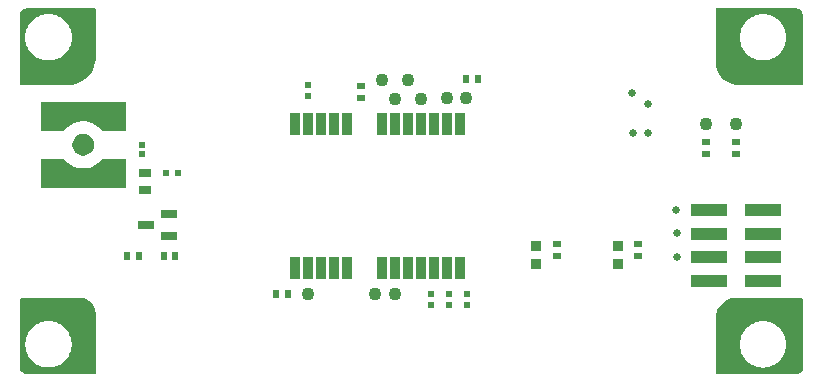
<source format=gts>
G04*
G04 #@! TF.GenerationSoftware,Altium Limited,Altium Designer,21.6.4 (81)*
G04*
G04 Layer_Color=8388736*
%FSLAX25Y25*%
%MOIN*%
G70*
G04*
G04 #@! TF.SameCoordinates,58B769C5-09E4-400E-A119-9391F3B74D98*
G04*
G04*
G04 #@! TF.FilePolarity,Negative*
G04*
G01*
G75*
%ADD25R,0.19685X0.03937*%
%ADD26C,0.03937*%
%ADD29R,0.02362X0.01968*%
%ADD30R,0.03544X0.07474*%
%ADD31C,0.04331*%
%ADD32R,0.05394X0.02594*%
%ADD33R,0.03937X0.02756*%
%ADD34R,0.02362X0.02756*%
%ADD35R,0.03543X0.03543*%
%ADD36R,0.12008X0.04409*%
%ADD37R,0.02362X0.02362*%
%ADD38R,0.02362X0.02362*%
%ADD39R,0.02756X0.02362*%
%ADD40C,0.02559*%
G36*
X617779Y812400D02*
X617779Y796330D01*
Y795595D01*
X617693Y794749D01*
X617214Y793119D01*
X616445Y791604D01*
X615413Y790255D01*
X614152Y789116D01*
X612704Y788227D01*
X611118Y787617D01*
X609448Y787307D01*
X608598Y787307D01*
X592450D01*
X592448Y810142D01*
X592448Y810399D01*
X592548Y810903D01*
X592745Y811378D01*
X593030Y811805D01*
X593394Y812169D01*
X593821Y812455D01*
X594296Y812652D01*
X594800Y812752D01*
X595057Y812753D01*
X617426Y812753D01*
X617779Y812400D01*
D02*
G37*
G36*
X851834Y812659D02*
X852316Y812460D01*
X852749Y812170D01*
X853118Y811802D01*
X853407Y811369D01*
X853607Y810888D01*
X853709Y810377D01*
X853709Y810117D01*
X853707Y787302D01*
X831911Y787302D01*
X831199D01*
X829800Y787572D01*
X828478Y788103D01*
X827281Y788874D01*
X826252Y789859D01*
X825428Y791022D01*
X824840Y792319D01*
X824509Y793704D01*
X824478Y794416D01*
X824478Y799351D01*
X824478Y812760D01*
X851063Y812761D01*
X851324D01*
X851834Y812659D01*
D02*
G37*
G36*
X627685Y781616D02*
X627722Y781605D01*
X627756Y781587D01*
X627786Y781562D01*
X627811Y781532D01*
X627829Y781498D01*
X627840Y781461D01*
X627844Y781423D01*
Y772122D01*
X627840Y772084D01*
X627829Y772047D01*
X627811Y772013D01*
X627786Y771983D01*
X627756Y771958D01*
X627722Y771940D01*
X627685Y771929D01*
X627646Y771925D01*
X620109D01*
X620098Y771926D01*
X620087Y771926D01*
X620079Y771928D01*
X620070Y771929D01*
X620060Y771932D01*
X620049Y771934D01*
X620042Y771937D01*
X620033Y771940D01*
X620024Y771945D01*
X620014Y771949D01*
X620007Y771954D01*
X619999Y771958D01*
X619991Y771965D01*
X619982Y771971D01*
X619976Y771977D01*
X619969Y771983D01*
X619962Y771991D01*
X619955Y771999D01*
X619570Y772476D01*
X618698Y773333D01*
X617708Y774042D01*
X616619Y774590D01*
X615459Y774962D01*
X614256Y775150D01*
X613037D01*
X611834Y774962D01*
X610674Y774590D01*
X609585Y774042D01*
X608594Y773333D01*
X607723Y772476D01*
X607338Y771999D01*
X607331Y771991D01*
X607324Y771983D01*
X607317Y771977D01*
X607311Y771971D01*
X607302Y771965D01*
X607294Y771958D01*
X607286Y771954D01*
X607279Y771949D01*
X607269Y771945D01*
X607260Y771940D01*
X607251Y771937D01*
X607243Y771934D01*
X607233Y771932D01*
X607223Y771929D01*
X607214Y771928D01*
X607205Y771926D01*
X607195Y771926D01*
X607184Y771925D01*
X599646D01*
X599608Y771929D01*
X599571Y771940D01*
X599537Y771958D01*
X599507Y771983D01*
X599482Y772013D01*
X599464Y772047D01*
X599452Y772084D01*
X599449Y772122D01*
Y781423D01*
X599452Y781461D01*
X599464Y781498D01*
X599482Y781532D01*
X599507Y781562D01*
X599537Y781587D01*
X599571Y781605D01*
X599608Y781616D01*
X599646Y781620D01*
X627646D01*
X627685Y781616D01*
D02*
G37*
G36*
X614020Y770917D02*
X614677Y770786D01*
X614688Y770782D01*
X614714Y770775D01*
X615333Y770518D01*
X615333Y770518D01*
X615344Y770512D01*
X615367Y770500D01*
X615367Y770500D01*
X615924Y770128D01*
X615954Y770103D01*
X615954Y770103D01*
X616427Y769630D01*
X616452Y769600D01*
X616824Y769043D01*
X616824Y769043D01*
X616842Y769009D01*
X617098Y768390D01*
X617098Y768390D01*
X617110Y768353D01*
X617240Y767696D01*
X617244Y767657D01*
Y767322D01*
Y766988D01*
X617240Y766949D01*
X617110Y766292D01*
X617106Y766281D01*
X617098Y766255D01*
X616842Y765636D01*
X616842Y765636D01*
X616836Y765624D01*
X616824Y765602D01*
X616824Y765602D01*
X616452Y765045D01*
X616427Y765015D01*
X616427Y765015D01*
X615954Y764542D01*
X615924Y764517D01*
X615367Y764145D01*
X615367Y764145D01*
X615333Y764127D01*
X614714Y763870D01*
X614714Y763870D01*
X614677Y763859D01*
X614020Y763729D01*
X613981Y763725D01*
X613311D01*
X613273Y763729D01*
X612616Y763859D01*
X612605Y763863D01*
X612579Y763870D01*
X611960Y764127D01*
X611960Y764127D01*
X611948Y764133D01*
X611926Y764145D01*
X611926Y764145D01*
X611369Y764517D01*
X611339Y764542D01*
X611339Y764542D01*
X610865Y765015D01*
X610841Y765045D01*
X610469Y765602D01*
X610469Y765602D01*
X610451Y765636D01*
X610194Y766255D01*
X610194Y766255D01*
X610183Y766292D01*
X610052Y766949D01*
X610049Y766988D01*
Y767322D01*
Y767657D01*
X610052Y767696D01*
X610183Y768353D01*
X610186Y768364D01*
X610194Y768390D01*
X610451Y769009D01*
X610451Y769009D01*
X610457Y769021D01*
X610469Y769043D01*
X610469Y769043D01*
X610841Y769600D01*
X610865Y769630D01*
X610866Y769630D01*
X611339Y770103D01*
X611369Y770128D01*
X611926Y770500D01*
X611926Y770500D01*
X611960Y770518D01*
X612579Y770775D01*
X612579Y770775D01*
X612616Y770786D01*
X613273Y770917D01*
X613311Y770920D01*
X613981D01*
X614020Y770917D01*
D02*
G37*
G36*
X627685Y762716D02*
X627722Y762705D01*
X627756Y762687D01*
X627786Y762662D01*
X627811Y762632D01*
X627829Y762598D01*
X627840Y762561D01*
X627844Y762523D01*
Y753223D01*
X627840Y753184D01*
X627829Y753147D01*
X627811Y753113D01*
X627786Y753083D01*
X627756Y753058D01*
X627722Y753040D01*
X627685Y753028D01*
X627646Y753025D01*
X599646D01*
X599608Y753028D01*
X599571Y753040D01*
X599537Y753058D01*
X599507Y753083D01*
X599482Y753113D01*
X599464Y753147D01*
X599452Y753184D01*
X599449Y753223D01*
Y762523D01*
X599452Y762561D01*
X599464Y762598D01*
X599482Y762632D01*
X599507Y762662D01*
X599537Y762687D01*
X599571Y762705D01*
X599608Y762716D01*
X599646Y762720D01*
X607184D01*
X607195Y762719D01*
X607205Y762719D01*
X607214Y762717D01*
X607223Y762716D01*
X607233Y762713D01*
X607243Y762711D01*
X607251Y762708D01*
X607260Y762705D01*
X607269Y762700D01*
X607279Y762696D01*
X607286Y762691D01*
X607294Y762687D01*
X607302Y762680D01*
X607311Y762674D01*
X607317Y762668D01*
X607324Y762662D01*
X607331Y762654D01*
X607338Y762646D01*
X607723Y762169D01*
X608595Y761312D01*
X609585Y760603D01*
X610674Y760055D01*
X611833Y759683D01*
X613037Y759495D01*
X614256D01*
X615459Y759683D01*
X616619Y760055D01*
X617708Y760603D01*
X618698Y761312D01*
X619570Y762169D01*
X619955Y762646D01*
X619962Y762654D01*
X619969Y762662D01*
X619976Y762668D01*
X619982Y762674D01*
X619991Y762680D01*
X619999Y762687D01*
X620007Y762691D01*
X620014Y762696D01*
X620024Y762700D01*
X620033Y762705D01*
X620042Y762708D01*
X620049Y762711D01*
X620060Y762713D01*
X620070Y762716D01*
X620079Y762717D01*
X620087Y762719D01*
X620098Y762719D01*
X620109Y762720D01*
X627646Y762720D01*
X627685Y762716D01*
D02*
G37*
G36*
X613107Y716371D02*
X613502Y716311D01*
X613892Y716221D01*
X614274Y716102D01*
X614645Y715954D01*
X615005Y715779D01*
X615350Y715577D01*
X615679Y715349D01*
X615990Y715097D01*
X616281Y714822D01*
X616550Y714527D01*
X616796Y714211D01*
X617018Y713878D01*
X617214Y713530D01*
X617383Y713167D01*
X617524Y712793D01*
X617636Y712409D01*
X617719Y712017D01*
X617734Y711901D01*
X617783Y711421D01*
X617783Y711421D01*
X617783Y711421D01*
Y691328D01*
X617430Y690974D01*
X594965Y690976D01*
X594965Y690976D01*
X594965Y690976D01*
X594718D01*
X594233Y691072D01*
X593776Y691261D01*
X593365Y691536D01*
X593016Y691885D01*
X592741Y692296D01*
X592552Y692753D01*
X592456Y693237D01*
X592456Y693484D01*
X592456Y693484D01*
X592456Y693484D01*
X592454Y716048D01*
X592808Y716402D01*
X612508Y716402D01*
X612708Y716402D01*
X613107Y716371D01*
D02*
G37*
G36*
X853700Y716048D02*
X853697Y693366D01*
X853698Y693366D01*
X853697Y693366D01*
X853697Y693129D01*
X853605Y692665D01*
X853424Y692227D01*
X853161Y691833D01*
X852826Y691498D01*
X852433Y691234D01*
X851995Y691053D01*
X851531Y690960D01*
X851294Y690960D01*
X824476Y690962D01*
Y693324D01*
X824476Y709807D01*
X824511Y710468D01*
X824829Y711755D01*
X825383Y712958D01*
X826155Y714035D01*
X827116Y714947D01*
X828231Y715661D01*
X829462Y716152D01*
X830763Y716402D01*
X831425D01*
X831425Y716402D01*
X853346D01*
X853700Y716048D01*
D02*
G37*
%LPC*%
G36*
X602676Y810842D02*
X601474D01*
X601319Y810811D01*
X601160D01*
X599981Y810577D01*
X599835Y810516D01*
X599680Y810485D01*
X598570Y810025D01*
X598438Y809937D01*
X598292Y809877D01*
X597293Y809209D01*
X597181Y809097D01*
X597049Y809009D01*
X596199Y808159D01*
X596111Y808028D01*
X596000Y807916D01*
X595332Y806917D01*
X595271Y806770D01*
X595184Y806639D01*
X594724Y805528D01*
X594693Y805373D01*
X594632Y805227D01*
X594398Y804048D01*
Y803890D01*
X594367Y803735D01*
Y802533D01*
X594398Y802378D01*
Y802220D01*
X594632Y801041D01*
X594693Y800895D01*
X594724Y800739D01*
X595184Y799629D01*
X595271Y799497D01*
X595332Y799351D01*
X596000Y798352D01*
X596112Y798240D01*
X596199Y798108D01*
X597049Y797259D01*
X597181Y797171D01*
X597293Y797059D01*
X598292Y796391D01*
X598438Y796330D01*
X598570Y796243D01*
X599680Y795783D01*
X599835Y795752D01*
X599981Y795691D01*
X601160Y795457D01*
X601319D01*
X601474Y795426D01*
X602676D01*
X602831Y795457D01*
X602989D01*
X604168Y795691D01*
X604314Y795752D01*
X604469Y795783D01*
X605580Y796243D01*
X605711Y796330D01*
X605857Y796391D01*
X606857Y797059D01*
X606969Y797171D01*
X607100Y797259D01*
X607950Y798108D01*
X608038Y798240D01*
X608150Y798352D01*
X608818Y799351D01*
X608878Y799497D01*
X608966Y799629D01*
X609426Y800739D01*
X609457Y800895D01*
X609517Y801041D01*
X609752Y802220D01*
Y802378D01*
X609783Y802533D01*
Y803735D01*
X609752Y803890D01*
Y804048D01*
X609517Y805227D01*
X609457Y805373D01*
X609426Y805528D01*
X608966Y806639D01*
X608878Y806770D01*
X608818Y806917D01*
X608150Y807916D01*
X608038Y808028D01*
X607950Y808159D01*
X607100Y809009D01*
X606969Y809097D01*
X606857Y809209D01*
X605857Y809877D01*
X605711Y809937D01*
X605580Y810025D01*
X604469Y810485D01*
X604314Y810516D01*
X604168Y810577D01*
X602989Y810811D01*
X602831D01*
X602676Y810842D01*
D02*
G37*
G36*
X840865D02*
X839663D01*
X839508Y810811D01*
X839349D01*
X838171Y810577D01*
X838024Y810516D01*
X837869Y810485D01*
X836759Y810025D01*
X836627Y809937D01*
X836481Y809877D01*
X835482Y809209D01*
X835370Y809097D01*
X835238Y809009D01*
X834388Y808159D01*
X834301Y808028D01*
X834189Y807916D01*
X833521Y806917D01*
X833460Y806770D01*
X833372Y806639D01*
X832913Y805528D01*
X832882Y805373D01*
X832821Y805227D01*
X832587Y804048D01*
Y803890D01*
X832556Y803735D01*
Y803134D01*
Y802533D01*
X832587Y802378D01*
Y802220D01*
X832821Y801041D01*
X832882Y800895D01*
X832913Y800739D01*
X833372Y799629D01*
X833460Y799497D01*
X833521Y799351D01*
X834189Y798352D01*
X834301Y798240D01*
X834388Y798108D01*
X835238Y797259D01*
X835370Y797171D01*
X835482Y797059D01*
X836481Y796391D01*
X836627Y796330D01*
X836759Y796243D01*
X837869Y795783D01*
X838024Y795752D01*
X838171Y795691D01*
X839349Y795457D01*
X839508D01*
X839663Y795426D01*
X840865D01*
X841020Y795457D01*
X841178D01*
X842357Y795691D01*
X842503Y795752D01*
X842658Y795783D01*
X843769Y796243D01*
X843900Y796330D01*
X844046Y796391D01*
X845046Y797059D01*
X845158Y797171D01*
X845289Y797259D01*
X846139Y798108D01*
X846227Y798240D01*
X846339Y798352D01*
X847007Y799351D01*
X847067Y799497D01*
X847155Y799629D01*
X847615Y800739D01*
X847646Y800895D01*
X847706Y801041D01*
X847941Y802220D01*
Y802378D01*
X847972Y802533D01*
Y803134D01*
Y803735D01*
X847941Y803890D01*
Y804048D01*
X847706Y805227D01*
X847646Y805373D01*
X847615Y805528D01*
X847155Y806639D01*
X847067Y806770D01*
X847007Y806917D01*
X846339Y807916D01*
X846227Y808028D01*
X846139Y808159D01*
X845289Y809009D01*
X845158Y809097D01*
X845046Y809209D01*
X844046Y809877D01*
X843900Y809937D01*
X843769Y810025D01*
X842658Y810485D01*
X842503Y810516D01*
X842357Y810577D01*
X841178Y810811D01*
X841020D01*
X840865Y810842D01*
D02*
G37*
G36*
X602676Y708452D02*
X601474D01*
X601422Y708449D01*
X601370D01*
X601319Y708442D01*
X601268Y708439D01*
X601217Y708429D01*
X601166Y708422D01*
X599987Y708187D01*
X599937Y708174D01*
X599886Y708164D01*
X599837Y708147D01*
X599788Y708134D01*
X599740Y708114D01*
X599691Y708098D01*
X598580Y707638D01*
X598534Y707615D01*
X598486Y707595D01*
X598441Y707569D01*
X598395Y707546D01*
X598352Y707518D01*
X598307Y707492D01*
X597308Y706824D01*
X597267Y706792D01*
X597224Y706764D01*
X597185Y706730D01*
X597144Y706698D01*
X597108Y706662D01*
X597069Y706628D01*
X596219Y705778D01*
X596185Y705739D01*
X596148Y705702D01*
X596117Y705661D01*
X596083Y705622D01*
X596054Y705580D01*
X596023Y705539D01*
X595355Y704539D01*
X595329Y704494D01*
X595300Y704451D01*
X595277Y704405D01*
X595252Y704360D01*
X595232Y704313D01*
X595209Y704266D01*
X594749Y703156D01*
X594732Y703107D01*
X594712Y703059D01*
X594699Y703009D01*
X594683Y702960D01*
X594672Y702910D01*
X594659Y702859D01*
X594425Y701681D01*
X594418Y701629D01*
X594408Y701579D01*
X594404Y701527D01*
X594398Y701476D01*
Y701424D01*
X594394Y701373D01*
Y700171D01*
X594398Y700119D01*
Y700067D01*
X594404Y700016D01*
X594408Y699965D01*
X594418Y699914D01*
X594425Y699863D01*
X594659Y698684D01*
X594672Y698634D01*
X594683Y698583D01*
X594699Y698534D01*
X594712Y698484D01*
X594732Y698437D01*
X594749Y698388D01*
X595209Y697277D01*
X595232Y697231D01*
X595252Y697183D01*
X595277Y697138D01*
X595300Y697092D01*
X595329Y697049D01*
X595355Y697004D01*
X596023Y696005D01*
X596054Y695964D01*
X596083Y695921D01*
X596117Y695882D01*
X596148Y695841D01*
X596185Y695805D01*
X596219Y695766D01*
X597069Y694916D01*
X597108Y694882D01*
X597144Y694845D01*
X597185Y694814D01*
X597224Y694780D01*
X597267Y694751D01*
X597308Y694719D01*
X598307Y694052D01*
X598352Y694026D01*
X598395Y693997D01*
X598442Y693974D01*
X598486Y693948D01*
X598534Y693929D01*
X598580Y693906D01*
X599691Y693446D01*
X599740Y693429D01*
X599788Y693409D01*
X599837Y693396D01*
X599886Y693379D01*
X599937Y693369D01*
X599987Y693356D01*
X601166Y693121D01*
X601217Y693115D01*
X601268Y693105D01*
X601319Y693101D01*
X601370Y693094D01*
X601422D01*
X601474Y693091D01*
X602676D01*
X602727Y693094D01*
X602779D01*
X602830Y693101D01*
X602882Y693105D01*
X602932Y693115D01*
X602984Y693121D01*
X604163Y693356D01*
X604213Y693369D01*
X604263Y693379D01*
X604312Y693396D01*
X604362Y693409D01*
X604410Y693429D01*
X604459Y693446D01*
X605569Y693906D01*
X605616Y693929D01*
X605663Y693948D01*
X605708Y693974D01*
X605754Y693997D01*
X605797Y694026D01*
X605842Y694052D01*
X606842Y694719D01*
X606883Y694751D01*
X606926Y694780D01*
X606964Y694814D01*
X607005Y694845D01*
X607042Y694882D01*
X607081Y694916D01*
X607931Y695766D01*
X607965Y695805D01*
X608001Y695841D01*
X608033Y695882D01*
X608067Y695921D01*
X608096Y695964D01*
X608127Y696005D01*
X608795Y697004D01*
X608821Y697049D01*
X608849Y697092D01*
X608872Y697138D01*
X608898Y697183D01*
X608918Y697231D01*
X608941Y697277D01*
X609401Y698388D01*
X609417Y698437D01*
X609437Y698484D01*
X609450Y698534D01*
X609467Y698583D01*
X609477Y698634D01*
X609490Y698684D01*
X609725Y699863D01*
X609732Y699914D01*
X609742Y699965D01*
X609745Y700016D01*
X609752Y700067D01*
Y700119D01*
X609755Y700171D01*
Y701373D01*
X609752Y701424D01*
Y701476D01*
X609745Y701527D01*
X609742Y701579D01*
X609732Y701629D01*
X609725Y701681D01*
X609490Y702860D01*
X609477Y702909D01*
X609467Y702960D01*
X609450Y703009D01*
X609437Y703059D01*
X609417Y703107D01*
X609401Y703156D01*
X608941Y704266D01*
X608918Y704312D01*
X608898Y704360D01*
X608872Y704405D01*
X608849Y704451D01*
X608821Y704494D01*
X608795Y704539D01*
X608127Y705539D01*
X608096Y705580D01*
X608067Y705622D01*
X608033Y705661D01*
X608001Y705702D01*
X607965Y705739D01*
X607931Y705778D01*
X607081Y706628D01*
X607042Y706662D01*
X607005Y706698D01*
X606964Y706730D01*
X606926Y706764D01*
X606883Y706792D01*
X606842Y706824D01*
X605842Y707492D01*
X605797Y707518D01*
X605754Y707546D01*
X605708Y707569D01*
X605663Y707595D01*
X605616Y707615D01*
X605569Y707638D01*
X604459Y708098D01*
X604410Y708114D01*
X604362Y708134D01*
X604312Y708147D01*
X604263Y708164D01*
X604213Y708174D01*
X604163Y708187D01*
X602984Y708422D01*
X602933Y708429D01*
X602882Y708439D01*
X602830Y708442D01*
X602779Y708449D01*
X602727D01*
X602676Y708452D01*
D02*
G37*
G36*
X840865Y708480D02*
X839663D01*
X839508Y708449D01*
X839349D01*
X838171Y708214D01*
X838024Y708154D01*
X837869Y708123D01*
X836759Y707663D01*
X836627Y707575D01*
X836481Y707514D01*
X835482Y706847D01*
X835370Y706735D01*
X835238Y706647D01*
X834388Y705797D01*
X834301Y705665D01*
X834189Y705554D01*
X833521Y704554D01*
X833460Y704408D01*
X833372Y704277D01*
X832913Y703166D01*
X832882Y703011D01*
X832821Y702865D01*
X832587Y701686D01*
Y701528D01*
X832556Y701373D01*
Y700171D01*
X832587Y700015D01*
Y699857D01*
X832821Y698678D01*
X832882Y698532D01*
X832913Y698377D01*
X833372Y697267D01*
X833460Y697135D01*
X833521Y696989D01*
X834189Y695990D01*
X834301Y695878D01*
X834388Y695746D01*
X835238Y694896D01*
X835370Y694808D01*
X835482Y694697D01*
X836481Y694029D01*
X836627Y693968D01*
X836759Y693880D01*
X837869Y693420D01*
X838024Y693390D01*
X838171Y693329D01*
X839349Y693094D01*
X839508D01*
X839663Y693064D01*
X840865D01*
X841020Y693094D01*
X841178D01*
X842357Y693329D01*
X842503Y693390D01*
X842658Y693420D01*
X843769Y693880D01*
X843900Y693968D01*
X844046Y694029D01*
X845046Y694697D01*
X845158Y694808D01*
X845289Y694896D01*
X846139Y695746D01*
X846227Y695878D01*
X846339Y695990D01*
X847007Y696989D01*
X847067Y697135D01*
X847155Y697267D01*
X847615Y698377D01*
X847646Y698532D01*
X847706Y698678D01*
X847941Y699857D01*
Y700015D01*
X847972Y700171D01*
Y701373D01*
X847941Y701528D01*
Y701686D01*
X847706Y702865D01*
X847646Y703011D01*
X847615Y703166D01*
X847155Y704277D01*
X847067Y704408D01*
X847007Y704554D01*
X846339Y705554D01*
X846227Y705666D01*
X846139Y705797D01*
X845289Y706647D01*
X845158Y706735D01*
X845046Y706847D01*
X844046Y707514D01*
X843900Y707575D01*
X843769Y707663D01*
X842658Y708123D01*
X842503Y708154D01*
X842357Y708214D01*
X841178Y708449D01*
X841020D01*
X840865Y708480D01*
D02*
G37*
%LPD*%
G54D25*
X613646Y755842D02*
D03*
X612646Y778323D02*
D03*
G54D26*
X613646Y767322D02*
D03*
G54D29*
X633322Y764173D02*
D03*
Y767323D02*
D03*
G54D30*
X713292Y774409D02*
D03*
X730612D02*
D03*
X734941D02*
D03*
X739271D02*
D03*
X717622D02*
D03*
X721951D02*
D03*
X726281D02*
D03*
X701481D02*
D03*
X688491D02*
D03*
X692822D02*
D03*
X697152D02*
D03*
X684162D02*
D03*
X697152Y726379D02*
D03*
X688491D02*
D03*
X684162D02*
D03*
X701481D02*
D03*
X692822D02*
D03*
X726281D02*
D03*
X721951D02*
D03*
X717622D02*
D03*
X739271D02*
D03*
X734941D02*
D03*
X730612D02*
D03*
X713292D02*
D03*
G54D31*
X831248Y774409D02*
D03*
X734945Y783071D02*
D03*
X721953Y788976D02*
D03*
X717622Y782735D02*
D03*
X713292Y788976D02*
D03*
X726281Y782735D02*
D03*
X688488Y717717D02*
D03*
X741244Y783071D02*
D03*
X710929Y717717D02*
D03*
X717622D02*
D03*
X821189Y774409D02*
D03*
G54D32*
X642288Y736949D02*
D03*
Y744153D02*
D03*
X634688Y740551D02*
D03*
G54D33*
X634158Y758025D02*
D03*
Y752119D02*
D03*
G54D34*
X628252Y730315D02*
D03*
X632189D02*
D03*
X741244Y789370D02*
D03*
X745181D02*
D03*
X644394Y730315D02*
D03*
X640457D02*
D03*
X677858Y717717D02*
D03*
X681795D02*
D03*
G54D35*
X791831Y733561D02*
D03*
Y727656D02*
D03*
X764666Y733561D02*
D03*
Y727656D02*
D03*
G54D36*
X840240Y721969D02*
D03*
Y729843D02*
D03*
Y737716D02*
D03*
Y745590D02*
D03*
X822327Y721969D02*
D03*
Y729843D02*
D03*
Y737716D02*
D03*
Y745590D02*
D03*
G54D37*
X645181Y758025D02*
D03*
X641244D02*
D03*
G54D38*
X729433Y713779D02*
D03*
Y717717D02*
D03*
X735558Y713779D02*
D03*
Y717717D02*
D03*
X741634Y713779D02*
D03*
Y717717D02*
D03*
X688491Y787402D02*
D03*
Y783464D02*
D03*
G54D39*
X706205Y787008D02*
D03*
Y783071D02*
D03*
X771559Y734252D02*
D03*
Y730315D02*
D03*
X798724Y734252D02*
D03*
Y730315D02*
D03*
X821189Y764173D02*
D03*
Y768110D02*
D03*
X831248Y764173D02*
D03*
Y768110D02*
D03*
G54D40*
X796756Y771275D02*
D03*
X796742Y784646D02*
D03*
X801874Y780981D02*
D03*
Y771260D02*
D03*
X811716Y729921D02*
D03*
Y737795D02*
D03*
X811323Y745669D02*
D03*
M02*

</source>
